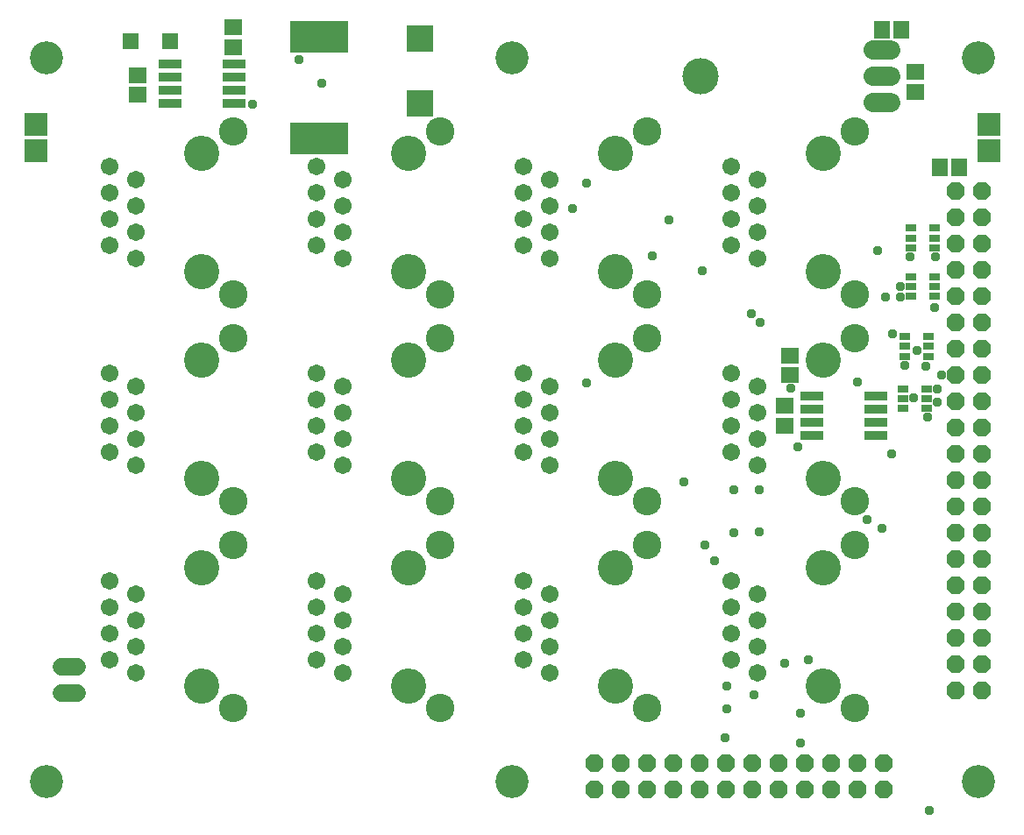
<source format=gbr>
G04 EAGLE Gerber RS-274X export*
G75*
%MOMM*%
%FSLAX34Y34*%
%LPD*%
%INSoldermask Bottom*%
%IPPOS*%
%AMOC8*
5,1,8,0,0,1.08239X$1,22.5*%
G01*
%ADD10R,1.703200X1.503200*%
%ADD11R,2.633200X2.633200*%
%ADD12C,1.711200*%
%ADD13C,3.403200*%
%ADD14C,2.753200*%
%ADD15R,1.603200X1.603200*%
%ADD16C,3.203200*%
%ADD17R,2.228200X2.228200*%
%ADD18P,1.869504X8X292.500000*%
%ADD19R,5.603200X3.103200*%
%ADD20R,2.235200X0.863600*%
%ADD21C,1.879600*%
%ADD22C,3.505200*%
%ADD23R,1.503200X1.703200*%
%ADD24R,1.103200X0.803200*%
%ADD25C,1.727200*%
%ADD26P,1.869504X8X22.500000*%
%ADD27C,0.959600*%


D10*
X138070Y732610D03*
X138070Y713610D03*
D11*
X410994Y705588D03*
X410994Y768588D03*
D10*
X230545Y778968D03*
X230545Y759968D03*
D12*
X736500Y555550D03*
X711100Y568250D03*
X736500Y580950D03*
X711100Y593650D03*
X736500Y606350D03*
X711100Y619050D03*
X736500Y631750D03*
X711100Y644450D03*
D13*
X800000Y542850D03*
X800000Y657150D03*
D14*
X830500Y521250D03*
X830500Y678750D03*
D15*
X169812Y765939D03*
X131812Y765939D03*
D16*
X950000Y50000D03*
X500000Y50000D03*
X50000Y50000D03*
X950000Y750000D03*
X500000Y750000D03*
X50000Y750000D03*
D17*
X960000Y685400D03*
X960000Y660000D03*
X40000Y685400D03*
X40000Y660000D03*
D18*
X953170Y621300D03*
X953170Y595900D03*
X953170Y570500D03*
X953170Y545100D03*
X953170Y519700D03*
X953170Y494300D03*
X953170Y468900D03*
X953170Y443500D03*
X953170Y418100D03*
X953170Y392700D03*
X953170Y367300D03*
X953170Y341900D03*
X953170Y316500D03*
X953170Y291100D03*
X953170Y265700D03*
X953170Y240300D03*
X953170Y214900D03*
X953170Y189500D03*
X953170Y164100D03*
X927770Y621300D03*
X927770Y595900D03*
X927770Y570500D03*
X927770Y545100D03*
X927770Y519700D03*
X927770Y494300D03*
X927770Y468900D03*
X927770Y443500D03*
X927770Y418100D03*
X927770Y392700D03*
X927770Y367300D03*
X927770Y341900D03*
X927770Y316500D03*
X927770Y291100D03*
X927770Y265700D03*
X927770Y240300D03*
X927770Y214900D03*
X927770Y189500D03*
X927770Y164100D03*
X953170Y138700D03*
X927770Y138700D03*
D19*
X313893Y671301D03*
X313893Y770301D03*
D20*
X231044Y743290D03*
X169576Y743290D03*
X231044Y730590D03*
X231044Y717890D03*
X169576Y730590D03*
X169576Y717890D03*
X231044Y705190D03*
X169576Y705190D03*
D12*
X536500Y555550D03*
X511100Y568250D03*
X536500Y580950D03*
X511100Y593650D03*
X536500Y606350D03*
X511100Y619050D03*
X536500Y631750D03*
X511100Y644450D03*
D13*
X600000Y542850D03*
X600000Y657150D03*
D14*
X630500Y521250D03*
X630500Y678750D03*
D12*
X336500Y555550D03*
X311100Y568250D03*
X336500Y580950D03*
X311100Y593650D03*
X336500Y606350D03*
X311100Y619050D03*
X336500Y631750D03*
X311100Y644450D03*
D13*
X400000Y542850D03*
X400000Y657150D03*
D14*
X430500Y521250D03*
X430500Y678750D03*
D12*
X136500Y555550D03*
X111100Y568250D03*
X136500Y580950D03*
X111100Y593650D03*
X136500Y606350D03*
X111100Y619050D03*
X136500Y631750D03*
X111100Y644450D03*
D13*
X200000Y542850D03*
X200000Y657150D03*
D14*
X230500Y521250D03*
X230500Y678750D03*
D12*
X136500Y355550D03*
X111100Y368250D03*
X136500Y380950D03*
X111100Y393650D03*
X136500Y406350D03*
X111100Y419050D03*
X136500Y431750D03*
X111100Y444450D03*
D13*
X200000Y342850D03*
X200000Y457150D03*
D14*
X230500Y321250D03*
X230500Y478750D03*
D12*
X336500Y355550D03*
X311100Y368250D03*
X336500Y380950D03*
X311100Y393650D03*
X336500Y406350D03*
X311100Y419050D03*
X336500Y431750D03*
X311100Y444450D03*
D13*
X400000Y342850D03*
X400000Y457150D03*
D14*
X430500Y321250D03*
X430500Y478750D03*
D12*
X536500Y355550D03*
X511100Y368250D03*
X536500Y380950D03*
X511100Y393650D03*
X536500Y406350D03*
X511100Y419050D03*
X536500Y431750D03*
X511100Y444450D03*
D13*
X600000Y342850D03*
X600000Y457150D03*
D14*
X630500Y321250D03*
X630500Y478750D03*
D12*
X736500Y355550D03*
X711100Y368250D03*
X736500Y380950D03*
X711100Y393650D03*
X736500Y406350D03*
X711100Y419050D03*
X736500Y431750D03*
X711100Y444450D03*
D13*
X800000Y342850D03*
X800000Y457150D03*
D14*
X830500Y321250D03*
X830500Y478750D03*
D12*
X736500Y155550D03*
X711100Y168250D03*
X736500Y180950D03*
X711100Y193650D03*
X736500Y206350D03*
X711100Y219050D03*
X736500Y231750D03*
X711100Y244450D03*
D13*
X800000Y142850D03*
X800000Y257150D03*
D14*
X830500Y121250D03*
X830500Y278750D03*
D12*
X536500Y155550D03*
X511100Y168250D03*
X536500Y180950D03*
X511100Y193650D03*
X536500Y206350D03*
X511100Y219050D03*
X536500Y231750D03*
X511100Y244450D03*
D13*
X600000Y142850D03*
X600000Y257150D03*
D14*
X630500Y121250D03*
X630500Y278750D03*
D12*
X336500Y155550D03*
X311100Y168250D03*
X336500Y180950D03*
X311100Y193650D03*
X336500Y206350D03*
X311100Y219050D03*
X336500Y231750D03*
X311100Y244450D03*
D13*
X400000Y142850D03*
X400000Y257150D03*
D14*
X430500Y121250D03*
X430500Y278750D03*
D12*
X136500Y155550D03*
X111100Y168250D03*
X136500Y180950D03*
X111100Y193650D03*
X136500Y206350D03*
X111100Y219050D03*
X136500Y231750D03*
X111100Y244450D03*
D13*
X200000Y142850D03*
X200000Y257150D03*
D14*
X230500Y121250D03*
X230500Y278750D03*
D21*
X848868Y756920D02*
X865632Y756920D01*
X865632Y731520D02*
X848868Y731520D01*
X848868Y706120D02*
X865632Y706120D01*
D22*
X681990Y731520D03*
D23*
X856894Y776986D03*
X875894Y776986D03*
X931774Y643382D03*
X912774Y643382D03*
D10*
X889000Y716940D03*
X889000Y735940D03*
D20*
X851154Y422910D03*
X789686Y422910D03*
X851154Y410210D03*
X851154Y397510D03*
X789686Y410210D03*
X789686Y397510D03*
X851154Y384810D03*
X789686Y384810D03*
D10*
X768350Y442874D03*
X768350Y461874D03*
X763270Y394360D03*
X763270Y413360D03*
D24*
X907866Y538074D03*
X907866Y528574D03*
X907866Y519074D03*
X884866Y519074D03*
X884866Y528574D03*
X884866Y538074D03*
X900500Y429870D03*
X900500Y420370D03*
X900500Y410870D03*
X877500Y410870D03*
X877500Y420370D03*
X877500Y429870D03*
X902278Y480162D03*
X902278Y470662D03*
X902278Y461162D03*
X879278Y461162D03*
X879278Y470662D03*
X879278Y480162D03*
X908120Y585064D03*
X908120Y575564D03*
X908120Y566064D03*
X885120Y566064D03*
X885120Y575564D03*
X885120Y585064D03*
D25*
X80010Y135890D02*
X64770Y135890D01*
X64770Y161290D02*
X80010Y161290D01*
D26*
X579120Y42926D03*
X579120Y68326D03*
X604520Y42926D03*
X604520Y68326D03*
X629920Y42926D03*
X629920Y68326D03*
X655320Y42926D03*
X655320Y68326D03*
X680720Y42926D03*
X680720Y68326D03*
X706120Y42926D03*
X706120Y68326D03*
X731520Y42926D03*
X731520Y68326D03*
X756920Y42926D03*
X756920Y68326D03*
X782320Y42926D03*
X782320Y68326D03*
X807720Y42926D03*
X807720Y68326D03*
X833120Y42926D03*
X833120Y68326D03*
X858520Y42926D03*
X858520Y68326D03*
D27*
X293624Y748030D03*
X874522Y528320D03*
X910618Y417068D03*
X738632Y332486D03*
X738632Y291592D03*
X713740Y332486D03*
X713740Y290830D03*
X706882Y142748D03*
X707136Y120396D03*
X705866Y92202D03*
X778510Y116586D03*
X778510Y87884D03*
X891032Y466598D03*
X249174Y705104D03*
X315976Y724662D03*
X768604Y430022D03*
X571754Y435356D03*
X571754Y628650D03*
X910364Y429768D03*
X887476Y420906D03*
X558038Y604012D03*
X852932Y563626D03*
X884428Y557530D03*
X833120Y436372D03*
X879094Y452628D03*
X874522Y518160D03*
X860580Y518160D03*
X909066Y557276D03*
X899668Y451358D03*
X908050Y508508D03*
X901446Y402082D03*
X651256Y593090D03*
X635508Y558038D03*
X683260Y544068D03*
X731012Y502412D03*
X739394Y494030D03*
X914400Y443484D03*
X902716Y22606D03*
X775462Y373380D03*
X866648Y367030D03*
X665480Y339598D03*
X686054Y279146D03*
X695198Y263398D03*
X733552Y134112D03*
X763270Y164846D03*
X786084Y167686D03*
X842518Y303276D03*
X856996Y294640D03*
X867156Y482854D03*
M02*

</source>
